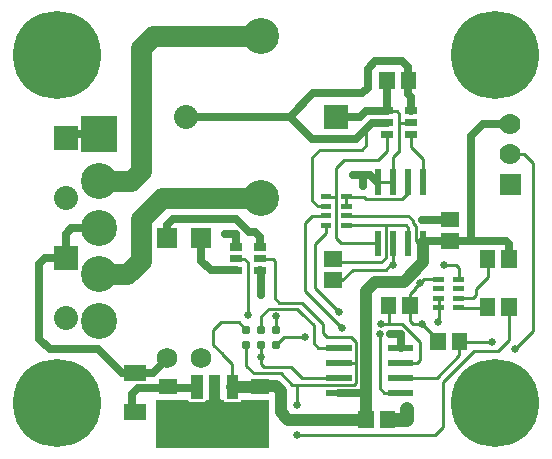
<source format=gbr>
G04 start of page 2 for group 0 idx 0 *
G04 Title: (unknown), top *
G04 Creator: pcb 20140316 *
G04 CreationDate: Mon 29 Jan 2018 01:11:03 AM GMT UTC *
G04 For: railfan *
G04 Format: Gerber/RS-274X *
G04 PCB-Dimensions (mil): 1800.00 1500.00 *
G04 PCB-Coordinate-Origin: lower left *
%MOIN*%
%FSLAX25Y25*%
%LNTOP*%
%ADD35C,0.0380*%
%ADD34C,0.0600*%
%ADD33C,0.0390*%
%ADD32C,0.1285*%
%ADD31C,0.0480*%
%ADD30C,0.0120*%
%ADD29C,0.0260*%
%ADD28C,0.0310*%
%ADD27R,0.0200X0.0200*%
%ADD26R,0.0550X0.0550*%
%ADD25R,0.0945X0.0945*%
%ADD24R,0.0378X0.0378*%
%ADD23R,0.0512X0.0512*%
%ADD22R,0.0167X0.0167*%
%ADD21R,0.0240X0.0240*%
%ADD20C,0.0680*%
%ADD19C,0.0800*%
%ADD18C,0.2937*%
%ADD17C,0.1200*%
%ADD16C,0.0700*%
%ADD15C,0.0450*%
%ADD14C,0.0400*%
%ADD13C,0.0100*%
%ADD12C,0.0250*%
%ADD11C,0.0001*%
G54D11*G36*
X50000Y18000D02*X60579D01*
X60631Y17874D01*
X60730Y17713D01*
X60853Y17570D01*
X60996Y17447D01*
X61158Y17348D01*
X61332Y17276D01*
X61516Y17232D01*
X61704Y17221D01*
X65672Y17232D01*
X65856Y17276D01*
X66030Y17348D01*
X66192Y17447D01*
X66335Y17570D01*
X66458Y17713D01*
X66556Y17874D01*
X66609Y18000D01*
X72391D01*
X72443Y17874D01*
X72542Y17713D01*
X72665Y17570D01*
X72808Y17447D01*
X72970Y17348D01*
X73144Y17276D01*
X73328Y17232D01*
X73516Y17221D01*
X77484Y17232D01*
X77668Y17276D01*
X77842Y17348D01*
X78004Y17447D01*
X78147Y17570D01*
X78270Y17713D01*
X78368Y17874D01*
X78421Y18000D01*
X87500D01*
Y2000D01*
X50000D01*
Y18000D01*
G37*
G54D12*X126800Y114400D02*X119900D01*
G54D13*X126900D02*X130100D01*
G54D12*X119900D02*X118000Y112500D01*
X110000D01*
X60000D02*X94500D01*
G54D13*X130100Y114400D02*X131000Y113500D01*
G54D12*X126800Y110500D02*X122000D01*
G54D13*X127000Y106400D02*X126800Y106600D01*
G54D12*X168000Y110000D02*X159000D01*
X155000Y106000D01*
G54D13*X168000Y100000D02*X172500D01*
X175500Y97000D01*
G54D12*X122000Y110500D02*X116500Y105000D01*
G54D13*X120000Y108500D02*Y103000D01*
G54D12*X116500Y105000D02*X102000D01*
X99000Y108000D01*
X94500Y112500D02*X100500Y106500D01*
X94500Y112500D02*X102000Y120000D01*
X102250Y120250D02*X118750D01*
G54D13*X139000Y90750D02*Y98500D01*
X135000Y102500D01*
Y106600D01*
X131000Y113500D02*Y101000D01*
X127000D02*Y106400D01*
X135000Y110500D02*X131000D01*
G54D12*X135000Y119000D02*Y114400D01*
X126957Y114443D02*X127000Y114400D01*
X132000Y131000D02*X134000Y129000D01*
X123000Y131000D02*X132000D01*
X133000Y130000D01*
X134000Y129000D02*Y124543D01*
X134043Y124500D02*Y119957D01*
X135000Y119000D01*
X126957Y124500D02*Y114443D01*
X134000Y124543D02*X134043Y124500D01*
X118750Y120250D02*X120500Y122000D01*
Y128500D01*
X123000Y131000D01*
G54D13*X129000Y90750D02*Y99000D01*
X131000Y101000D01*
X130500Y100500D01*
X124000Y90750D02*X129000D01*
X124000Y98000D02*X127000Y101000D01*
X134000Y90750D02*Y87000D01*
X132000Y85000D01*
X120000D01*
X133224Y76276D02*X134000Y75500D01*
X133224Y76276D02*X133250Y76250D01*
X134000Y75500D02*Y70250D01*
X126500Y65500D02*Y76276D01*
X125000Y64000D02*X126500Y65500D01*
X129000Y70250D02*Y63000D01*
X128000D01*
X126500Y61500D01*
X124543D01*
X126500Y76276D02*X133224D01*
X113348Y85724D02*Y82575D01*
Y85724D02*X119276D01*
X120000Y85000D01*
X110000Y72000D02*Y95500D01*
G54D12*X121250Y93000D02*X123500Y90750D01*
X121250Y93000D02*X115500D01*
X119000D02*Y89500D01*
G54D13*X103925Y82575D02*X102000Y84500D01*
Y99000D01*
X104500Y101500D01*
X113500Y98000D02*X124000D01*
X104500Y101500D02*X118500D01*
X120000Y103000D02*X118500Y101500D01*
X110000Y95500D02*X112500Y98000D01*
X116000D01*
X110000Y85700D02*X106676D01*
X106652Y85724D01*
Y76276D02*Y73652D01*
Y82575D02*X103925D01*
X84700Y65100D02*X88900D01*
X89500Y64500D01*
X106652Y73652D02*X103000Y70000D01*
X106652Y79425D02*X101925D01*
X99500Y77000D01*
Y54500D01*
X103000Y70000D02*Y55500D01*
X124000Y70250D02*X111750D01*
X110000Y72000D01*
X113348Y76276D02*X129776D01*
X113348Y79425D02*X134075D01*
X135500Y78000D01*
Y77000D01*
X136500Y76000D02*X135500Y77000D01*
X137250Y70250D02*X136500Y71000D01*
Y76000D01*
X116000Y64000D02*X121000D01*
X125000D02*X110043D01*
X109000Y57957D02*X111957D01*
X115500Y61500D01*
X125500D01*
X75406Y22358D02*Y30094D01*
X72000Y33500D01*
X69000Y36500D02*X72250Y33250D01*
X80000Y36500D02*Y29500D01*
X85000Y30000D02*Y36500D01*
X80000Y29500D02*X82500Y27000D01*
X85000Y30000D02*X86000Y29000D01*
X91000Y50500D02*X98500D01*
X87500Y48500D02*X97000D01*
X99000Y46500D01*
X90000Y36500D02*X92500Y39000D01*
X99500D01*
G54D14*X75406Y22406D02*X84363D01*
X84500Y22543D01*
X89957D01*
G54D13*X82500Y27000D02*X91500D01*
X87000D01*
X86000Y29000D02*X95000D01*
X95400Y23100D02*X91500Y27000D01*
G54D14*X89957Y22543D02*X91500Y21000D01*
Y14000D01*
X94000Y11500D01*
G54D13*X97000Y16500D02*Y23000D01*
X96900Y23100D01*
G54D14*X94043Y11457D02*X92750Y12750D01*
G54D13*X98500Y50500D02*X105500Y43500D01*
X110950Y35500D02*X104000D01*
X102500Y37000D01*
Y43000D01*
X105500Y43500D02*Y40500D01*
X107000Y39000D01*
X102500Y43000D02*X98000Y47500D01*
X99500Y54500D02*X112000Y42000D01*
X103000Y55500D02*X111000Y47500D01*
G54D12*X138500Y78000D02*X147914D01*
X148000Y78086D01*
G54D13*X160457Y65000D02*Y58957D01*
X156500Y55000D01*
G54D12*X166500Y71000D02*X167500Y70000D01*
Y65043D01*
X167543Y65000D01*
G54D13*X175500Y97000D02*Y41000D01*
G54D12*X155000Y106000D02*Y71000D01*
G54D13*X139000Y70250D02*X137250D01*
G54D12*X166500Y71000D02*X139000D01*
G54D14*Y70250D02*Y64000D01*
G54D13*X144152Y58224D02*X139224D01*
X150848Y48776D02*X159276D01*
X156500Y55000D02*Y53000D01*
X155500Y52000D01*
X150923D01*
X150848Y51925D01*
X146000Y63000D02*X149500D01*
X150848Y58224D02*Y62152D01*
X150000Y63000D01*
X148500D01*
G54D14*X139000Y64000D02*X134750Y59750D01*
X132500Y57500D02*X136500Y61500D01*
G54D13*X139224Y58224D02*X136000Y55000D01*
X134500Y53500D02*X136500Y55500D01*
X156000Y34500D02*X164000D01*
X167500Y38000D01*
X151000Y37457D02*X151043Y37500D01*
X162000D01*
X167500Y38000D02*Y48957D01*
X175500Y41000D02*X170500Y36000D01*
X169500Y35000D02*X171500Y37000D01*
X167500Y48957D02*X167543Y49000D01*
X144152Y51925D02*Y44152D01*
X144000Y44000D01*
G54D12*X131450Y35500D02*Y39950D01*
X131500Y40000D01*
G54D13*X138000Y37500D02*X132000Y43500D01*
X107000Y39000D02*X115000D01*
X116500Y37500D01*
G54D14*X119957Y46543D02*Y54457D01*
X123000Y57500D01*
X132500D01*
G54D13*X134500Y48500D02*Y53500D01*
X132000Y43500D02*X125000D01*
X127457Y49500D02*Y43543D01*
X127500Y43500D01*
X96500Y27500D02*X98500Y25500D01*
X95000Y29000D02*X97500Y26500D01*
X98500Y25500D02*X110950D01*
X112400Y23100D02*X98800D01*
X131450Y25500D02*X143500D01*
X102600Y23100D02*X95400D01*
G54D12*X110950Y20500D02*X119957D01*
G54D13*X97000Y6500D02*X143000D01*
X124500Y27500D02*Y22000D01*
X126000Y20500D01*
X131450D01*
X116500Y37500D02*Y24000D01*
X111900Y23100D02*X115800D01*
X116500Y23800D01*
Y24500D01*
Y30500D02*X110950D01*
G54D14*X119957Y11500D02*Y47457D01*
Y11457D02*X94043D01*
G54D13*X143000Y6500D02*X145500Y9000D01*
G54D15*X133500Y15000D02*Y11500D01*
X127543D01*
G54D13*X145500Y9000D02*Y24000D01*
X156000Y34500D01*
X143500Y25500D02*X151000Y33000D01*
Y37457D01*
X135500Y43500D02*X134500Y44500D01*
G54D12*X128000Y40000D02*X131500D01*
G54D13*X134500Y44500D02*Y49457D01*
X134543Y49500D01*
X143957Y37500D02*Y38043D01*
X138500Y43500D01*
X135500D01*
X138000Y31500D02*Y37500D01*
X131450Y30500D02*X137000D01*
X138000Y31500D01*
X124500Y27000D02*Y40000D01*
G54D12*X42000Y14184D02*Y20000D01*
X44000Y22000D01*
X54000Y32000D02*X49000Y27000D01*
X42084D01*
X42000Y27084D01*
X43000Y27000D02*X38500D01*
X30500Y35000D01*
X26000D01*
X44000Y22000D02*X63236D01*
X63594Y22358D01*
X31000Y106700D02*X21200D01*
X20000Y105500D01*
G54D16*X45000Y94500D02*Y135500D01*
X49000Y139500D01*
X85000D01*
G54D12*X20000Y73500D02*X22000Y75500D01*
X31000D01*
X20000Y73500D02*X21750Y75250D01*
G54D16*X40400Y59900D02*X45000Y64500D01*
G54D12*X29800Y45500D02*X31000Y44300D01*
G54D16*Y91100D02*X41600D01*
X45000Y94500D01*
X31000Y59900D02*X40400D01*
X45000Y64500D02*Y78500D01*
X52000Y85500D01*
G54D13*X54000Y72000D02*Y71500D01*
G54D12*X11000Y41000D02*Y63500D01*
X27000Y35000D02*X14500D01*
X11000Y38500D01*
Y46500D01*
Y63500D02*X13000Y65500D01*
X20000D01*
Y73500D01*
G54D16*X52000Y85500D02*X85000D01*
G54D12*X53500Y72000D02*Y76500D01*
X55500Y78500D01*
X76500D01*
X68300Y61200D02*X65000Y64500D01*
Y72000D01*
G54D13*X79400Y65100D02*X80500Y64000D01*
G54D12*X76500Y69000D02*Y73500D01*
X73000D01*
X84500Y72500D02*Y69200D01*
X84700Y69000D01*
G54D13*X76500Y65100D02*X79400D01*
G54D12*X76500Y78500D02*X81000Y74000D01*
X83000D01*
X84500Y72500D01*
X76500Y61200D02*X68300D01*
X85000Y53000D02*Y60900D01*
X84700Y61200D01*
G54D13*X89500Y64500D02*Y52000D01*
X80500Y64000D02*Y52000D01*
Y53500D02*Y46500D01*
X80000Y41500D02*X77500Y44000D01*
X71500D01*
X69000Y41500D01*
Y36500D01*
X89500Y52000D02*X91000Y50500D01*
X85000Y41500D02*Y46000D01*
X87500Y48500D01*
X90000Y46000D02*Y41500D01*
G54D11*G36*
X106000Y116500D02*Y108500D01*
X114000D01*
Y116500D01*
X106000D01*
G37*
G54D17*X85000Y85500D03*
Y139500D03*
G54D18*X163000Y133000D03*
G54D11*G36*
X164500Y93500D02*Y86500D01*
X171500D01*
Y93500D01*
X164500D01*
G37*
G54D16*X168000Y100000D03*
Y110000D03*
G54D18*X163000Y17000D03*
G54D19*X60000Y112500D03*
G54D18*X17000Y133000D03*
G54D11*G36*
X25000Y112700D02*Y100700D01*
X37000D01*
Y112700D01*
X25000D01*
G37*
G54D17*X31000Y91100D03*
G54D11*G36*
X16000Y109500D02*Y101500D01*
X24000D01*
Y109500D01*
X16000D01*
G37*
G54D18*X17000Y17000D03*
G54D17*X31000Y75500D03*
Y59900D03*
Y44300D03*
G54D11*G36*
X16000Y69500D02*Y61500D01*
X24000D01*
Y69500D01*
X16000D01*
G37*
G54D19*X20000Y45500D03*
Y85500D03*
G54D11*G36*
X50100Y75400D02*Y68600D01*
X56900D01*
Y75400D01*
X50100D01*
G37*
G54D20*X53500Y32000D03*
X65000D03*
G54D11*G36*
X61600Y75400D02*Y68600D01*
X68400D01*
Y75400D01*
X61600D01*
G37*
G54D21*X75700Y69000D02*X77300D01*
X75700Y65100D02*X77300D01*
X75700Y61200D02*X77300D01*
X83900D02*X85500D01*
X83900Y65100D02*X85500D01*
X83900Y69000D02*X85500D01*
G54D22*X105717Y85724D02*X107587D01*
X112413D02*X114283D01*
X105717Y82575D02*X107587D01*
X105717Y79425D02*X107587D01*
X105717Y76276D02*X107587D01*
X112413D02*X114283D01*
X112413Y79425D02*X114283D01*
X112413Y82575D02*X114283D01*
G54D23*X108607Y57957D02*X109393D01*
X108607Y65043D02*X109393D01*
G54D24*X63594Y24405D02*Y20311D01*
G54D23*X53607Y22543D02*X54393D01*
G54D24*X75406Y24405D02*Y20311D01*
X69500Y24405D02*Y12595D01*
G54D25*Y10861D02*Y8971D01*
G54D11*G36*
X71385Y18426D02*X74225Y15586D01*
X72805Y14166D01*
X69965Y17006D01*
X71385Y18426D01*
G37*
G36*
X64775Y15586D02*X67615Y18426D01*
X69035Y17006D01*
X66195Y14166D01*
X64775Y15586D01*
G37*
G54D23*X53607Y15457D02*X54393D01*
G54D26*X42000Y14000D02*X44000D01*
X42000Y27000D02*X44000D01*
G54D27*X139000Y94000D02*Y87500D01*
G54D23*X147607Y78086D02*X148393D01*
G54D27*X134000Y94000D02*Y87500D01*
X129000Y94000D02*Y87500D01*
X124000Y94000D02*Y87500D01*
Y73500D02*Y67000D01*
X129000Y73500D02*Y67000D01*
X134000Y73500D02*Y67000D01*
G54D23*X134043Y124893D02*Y124107D01*
X126957Y124893D02*Y124107D01*
G54D21*X126000Y114400D02*X127600D01*
X134200D02*X135800D01*
X126000Y110500D02*X127600D01*
X126000Y106600D02*X127600D01*
X134200D02*X135800D01*
X134200Y110500D02*X135800D01*
G54D27*X139000Y73500D02*Y67000D01*
G54D23*X147607Y71000D02*X148393D01*
G54D22*X149913Y48776D02*X151783D01*
X149913Y51925D02*X151783D01*
G54D23*X160457Y49393D02*Y48607D01*
X167543Y49393D02*Y48607D01*
G54D22*X149913Y55075D02*X151783D01*
X149913Y58224D02*X151783D01*
X143217D02*X145087D01*
X143217Y55075D02*X145087D01*
X143217Y51925D02*X145087D01*
X143217Y48776D02*X145087D01*
G54D23*X151043Y37893D02*Y37107D01*
X143957Y37893D02*Y37107D01*
X160457Y65393D02*Y64607D01*
X167543Y65393D02*Y64607D01*
G54D27*X128200Y20500D02*X134700D01*
X128200Y25500D02*X134700D01*
X128200Y30500D02*X134700D01*
X128200Y35500D02*X134700D01*
X107700D02*X114200D01*
X107700Y30500D02*X114200D01*
X107700Y25500D02*X114200D01*
X107700Y20500D02*X114200D01*
G54D23*X119957Y11893D02*Y11107D01*
X127043Y11893D02*Y11107D01*
X127457Y49893D02*Y49107D01*
X134543Y49893D02*Y49107D01*
X84107Y22543D02*X84893D01*
X84107Y15457D02*X84893D01*
G54D28*X80000Y36500D03*
Y41500D03*
X85000Y36500D03*
Y41500D03*
X90000Y36500D03*
Y41500D03*
G54D29*X73000Y73500D03*
X142000Y78000D03*
X138500D03*
X76500Y73500D03*
X119000Y89500D03*
Y93000D03*
X115500D03*
X129000Y63000D03*
X146000D03*
X144000Y44000D03*
X138000Y57000D03*
X138500Y43500D03*
X128000Y40000D03*
X125000Y43500D03*
X124500Y40000D03*
X112000Y42000D03*
X111000Y47500D03*
X131450Y39950D03*
X99500Y39000D03*
X169500Y35000D03*
X162000Y37500D03*
X78000Y4500D03*
Y8000D03*
Y11500D03*
X61000Y4500D03*
Y8000D03*
Y11500D03*
Y15000D03*
X78000D03*
X133500Y11500D03*
Y15000D03*
X85000Y56500D03*
Y53000D03*
X90000Y46000D03*
X80500Y46500D03*
X85000Y32500D03*
X97000Y16500D03*
Y6500D03*
G54D30*G54D31*G54D20*G54D32*G54D33*G54D32*G54D33*G54D31*G54D32*G54D34*G54D31*G54D32*G54D34*G54D31*G54D35*M02*

</source>
